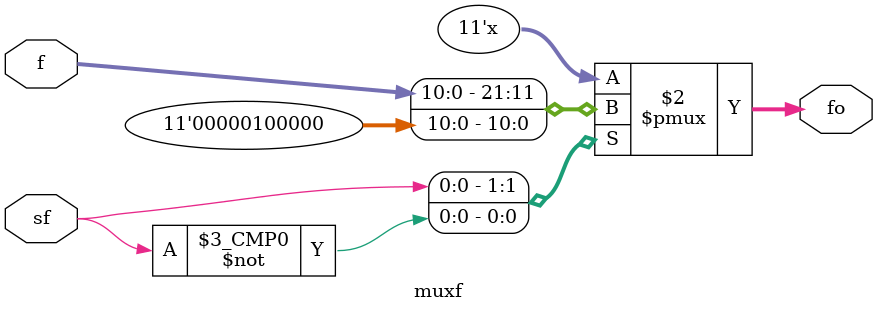
<source format=v>
module muxf(
    input [10:0] f,
    input sf,
    output reg [10:0] fo
);

always @* begin
    case (sf)
        1'b1: fo = f;
        1'b0: fo = 11'b00000100000;
    endcase
end

endmodule
</source>
